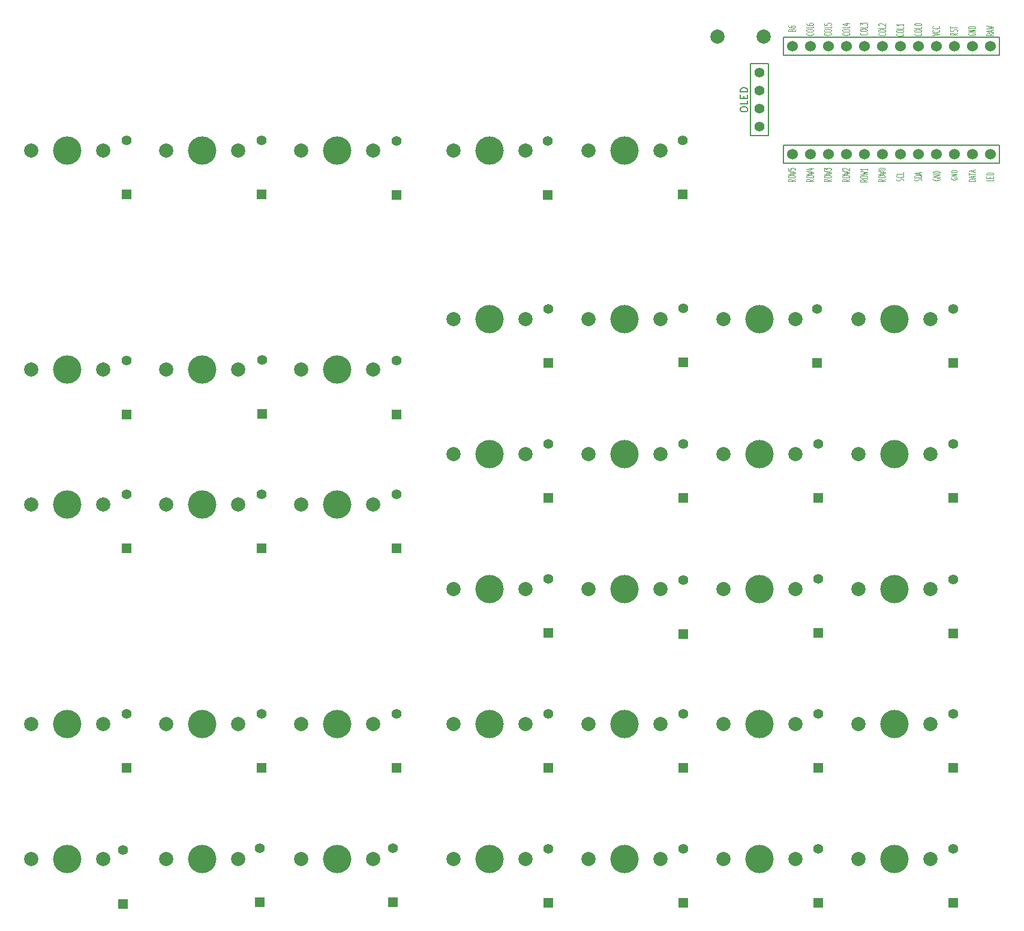
<source format=gbr>
G04 #@! TF.GenerationSoftware,KiCad,Pcbnew,7.0.6*
G04 #@! TF.CreationDate,2023-08-25T23:20:57+09:00*
G04 #@! TF.ProjectId,yamata37,79616d61-7461-4333-972e-6b696361645f,rev?*
G04 #@! TF.SameCoordinates,Original*
G04 #@! TF.FileFunction,Legend,Top*
G04 #@! TF.FilePolarity,Positive*
%FSLAX46Y46*%
G04 Gerber Fmt 4.6, Leading zero omitted, Abs format (unit mm)*
G04 Created by KiCad (PCBNEW 7.0.6) date 2023-08-25 23:20:57*
%MOMM*%
%LPD*%
G01*
G04 APERTURE LIST*
%ADD10C,0.125000*%
%ADD11C,0.150000*%
%ADD12C,2.000000*%
%ADD13C,4.000000*%
%ADD14R,1.397000X1.397000*%
%ADD15C,1.397000*%
%ADD16C,1.524000*%
G04 APERTURE END LIST*
D10*
X138648125Y-37415827D02*
X138171934Y-37582493D01*
X138648125Y-37701541D02*
X137648125Y-37701541D01*
X137648125Y-37701541D02*
X137648125Y-37511065D01*
X137648125Y-37511065D02*
X137695744Y-37463446D01*
X137695744Y-37463446D02*
X137743363Y-37439636D01*
X137743363Y-37439636D02*
X137838601Y-37415827D01*
X137838601Y-37415827D02*
X137981458Y-37415827D01*
X137981458Y-37415827D02*
X138076696Y-37439636D01*
X138076696Y-37439636D02*
X138124315Y-37463446D01*
X138124315Y-37463446D02*
X138171934Y-37511065D01*
X138171934Y-37511065D02*
X138171934Y-37701541D01*
X137648125Y-37106303D02*
X137648125Y-37011065D01*
X137648125Y-37011065D02*
X137695744Y-36963446D01*
X137695744Y-36963446D02*
X137790982Y-36915827D01*
X137790982Y-36915827D02*
X137981458Y-36892017D01*
X137981458Y-36892017D02*
X138314791Y-36892017D01*
X138314791Y-36892017D02*
X138505267Y-36915827D01*
X138505267Y-36915827D02*
X138600506Y-36963446D01*
X138600506Y-36963446D02*
X138648125Y-37011065D01*
X138648125Y-37011065D02*
X138648125Y-37106303D01*
X138648125Y-37106303D02*
X138600506Y-37153922D01*
X138600506Y-37153922D02*
X138505267Y-37201541D01*
X138505267Y-37201541D02*
X138314791Y-37225350D01*
X138314791Y-37225350D02*
X137981458Y-37225350D01*
X137981458Y-37225350D02*
X137790982Y-37201541D01*
X137790982Y-37201541D02*
X137695744Y-37153922D01*
X137695744Y-37153922D02*
X137648125Y-37106303D01*
X137648125Y-36725350D02*
X138648125Y-36606302D01*
X138648125Y-36606302D02*
X137933839Y-36511064D01*
X137933839Y-36511064D02*
X138648125Y-36415826D01*
X138648125Y-36415826D02*
X137648125Y-36296779D01*
X137981458Y-35892016D02*
X138648125Y-35892016D01*
X137600506Y-36011064D02*
X138314791Y-36130111D01*
X138314791Y-36130111D02*
X138314791Y-35820588D01*
X136044625Y-37415827D02*
X135568434Y-37582493D01*
X136044625Y-37701541D02*
X135044625Y-37701541D01*
X135044625Y-37701541D02*
X135044625Y-37511065D01*
X135044625Y-37511065D02*
X135092244Y-37463446D01*
X135092244Y-37463446D02*
X135139863Y-37439636D01*
X135139863Y-37439636D02*
X135235101Y-37415827D01*
X135235101Y-37415827D02*
X135377958Y-37415827D01*
X135377958Y-37415827D02*
X135473196Y-37439636D01*
X135473196Y-37439636D02*
X135520815Y-37463446D01*
X135520815Y-37463446D02*
X135568434Y-37511065D01*
X135568434Y-37511065D02*
X135568434Y-37701541D01*
X135044625Y-37106303D02*
X135044625Y-37011065D01*
X135044625Y-37011065D02*
X135092244Y-36963446D01*
X135092244Y-36963446D02*
X135187482Y-36915827D01*
X135187482Y-36915827D02*
X135377958Y-36892017D01*
X135377958Y-36892017D02*
X135711291Y-36892017D01*
X135711291Y-36892017D02*
X135901767Y-36915827D01*
X135901767Y-36915827D02*
X135997006Y-36963446D01*
X135997006Y-36963446D02*
X136044625Y-37011065D01*
X136044625Y-37011065D02*
X136044625Y-37106303D01*
X136044625Y-37106303D02*
X135997006Y-37153922D01*
X135997006Y-37153922D02*
X135901767Y-37201541D01*
X135901767Y-37201541D02*
X135711291Y-37225350D01*
X135711291Y-37225350D02*
X135377958Y-37225350D01*
X135377958Y-37225350D02*
X135187482Y-37201541D01*
X135187482Y-37201541D02*
X135092244Y-37153922D01*
X135092244Y-37153922D02*
X135044625Y-37106303D01*
X135044625Y-36725350D02*
X136044625Y-36606302D01*
X136044625Y-36606302D02*
X135330339Y-36511064D01*
X135330339Y-36511064D02*
X136044625Y-36415826D01*
X136044625Y-36415826D02*
X135044625Y-36296779D01*
X135044625Y-35868207D02*
X135044625Y-36106302D01*
X135044625Y-36106302D02*
X135520815Y-36130111D01*
X135520815Y-36130111D02*
X135473196Y-36106302D01*
X135473196Y-36106302D02*
X135425577Y-36058683D01*
X135425577Y-36058683D02*
X135425577Y-35939635D01*
X135425577Y-35939635D02*
X135473196Y-35892016D01*
X135473196Y-35892016D02*
X135520815Y-35868207D01*
X135520815Y-35868207D02*
X135616053Y-35844397D01*
X135616053Y-35844397D02*
X135854148Y-35844397D01*
X135854148Y-35844397D02*
X135949386Y-35868207D01*
X135949386Y-35868207D02*
X135997006Y-35892016D01*
X135997006Y-35892016D02*
X136044625Y-35939635D01*
X136044625Y-35939635D02*
X136044625Y-36058683D01*
X136044625Y-36058683D02*
X135997006Y-36106302D01*
X135997006Y-36106302D02*
X135949386Y-36130111D01*
X158111690Y-37210952D02*
X158073595Y-37258571D01*
X158073595Y-37258571D02*
X158073595Y-37330000D01*
X158073595Y-37330000D02*
X158111690Y-37401428D01*
X158111690Y-37401428D02*
X158187880Y-37449047D01*
X158187880Y-37449047D02*
X158264071Y-37472857D01*
X158264071Y-37472857D02*
X158416452Y-37496666D01*
X158416452Y-37496666D02*
X158530738Y-37496666D01*
X158530738Y-37496666D02*
X158683119Y-37472857D01*
X158683119Y-37472857D02*
X158759309Y-37449047D01*
X158759309Y-37449047D02*
X158835500Y-37401428D01*
X158835500Y-37401428D02*
X158873595Y-37330000D01*
X158873595Y-37330000D02*
X158873595Y-37282381D01*
X158873595Y-37282381D02*
X158835500Y-37210952D01*
X158835500Y-37210952D02*
X158797404Y-37187143D01*
X158797404Y-37187143D02*
X158530738Y-37187143D01*
X158530738Y-37187143D02*
X158530738Y-37282381D01*
X158873595Y-36972857D02*
X158073595Y-36972857D01*
X158073595Y-36972857D02*
X158873595Y-36687143D01*
X158873595Y-36687143D02*
X158073595Y-36687143D01*
X158873595Y-36449047D02*
X158073595Y-36449047D01*
X158073595Y-36449047D02*
X158073595Y-36329999D01*
X158073595Y-36329999D02*
X158111690Y-36258571D01*
X158111690Y-36258571D02*
X158187880Y-36210952D01*
X158187880Y-36210952D02*
X158264071Y-36187142D01*
X158264071Y-36187142D02*
X158416452Y-36163333D01*
X158416452Y-36163333D02*
X158530738Y-36163333D01*
X158530738Y-36163333D02*
X158683119Y-36187142D01*
X158683119Y-36187142D02*
X158759309Y-36210952D01*
X158759309Y-36210952D02*
X158835500Y-36258571D01*
X158835500Y-36258571D02*
X158873595Y-36329999D01*
X158873595Y-36329999D02*
X158873595Y-36449047D01*
X161520125Y-37684874D02*
X160520125Y-37684874D01*
X160520125Y-37684874D02*
X160520125Y-37565826D01*
X160520125Y-37565826D02*
X160567744Y-37494398D01*
X160567744Y-37494398D02*
X160662982Y-37446779D01*
X160662982Y-37446779D02*
X160758220Y-37422969D01*
X160758220Y-37422969D02*
X160948696Y-37399160D01*
X160948696Y-37399160D02*
X161091553Y-37399160D01*
X161091553Y-37399160D02*
X161282029Y-37422969D01*
X161282029Y-37422969D02*
X161377267Y-37446779D01*
X161377267Y-37446779D02*
X161472506Y-37494398D01*
X161472506Y-37494398D02*
X161520125Y-37565826D01*
X161520125Y-37565826D02*
X161520125Y-37684874D01*
X161234410Y-37208683D02*
X161234410Y-36970588D01*
X161520125Y-37256302D02*
X160520125Y-37089636D01*
X160520125Y-37089636D02*
X161520125Y-36922969D01*
X160520125Y-36827731D02*
X160520125Y-36542017D01*
X161520125Y-36684874D02*
X160520125Y-36684874D01*
X161234410Y-36399160D02*
X161234410Y-36161065D01*
X161520125Y-36446779D02*
X160520125Y-36280113D01*
X160520125Y-36280113D02*
X161520125Y-36113446D01*
X148712886Y-16841391D02*
X148760506Y-16865200D01*
X148760506Y-16865200D02*
X148808125Y-16936629D01*
X148808125Y-16936629D02*
X148808125Y-16984248D01*
X148808125Y-16984248D02*
X148760506Y-17055676D01*
X148760506Y-17055676D02*
X148665267Y-17103295D01*
X148665267Y-17103295D02*
X148570029Y-17127105D01*
X148570029Y-17127105D02*
X148379553Y-17150914D01*
X148379553Y-17150914D02*
X148236696Y-17150914D01*
X148236696Y-17150914D02*
X148046220Y-17127105D01*
X148046220Y-17127105D02*
X147950982Y-17103295D01*
X147950982Y-17103295D02*
X147855744Y-17055676D01*
X147855744Y-17055676D02*
X147808125Y-16984248D01*
X147808125Y-16984248D02*
X147808125Y-16936629D01*
X147808125Y-16936629D02*
X147855744Y-16865200D01*
X147855744Y-16865200D02*
X147903363Y-16841391D01*
X147808125Y-16531867D02*
X147808125Y-16436629D01*
X147808125Y-16436629D02*
X147855744Y-16389010D01*
X147855744Y-16389010D02*
X147950982Y-16341391D01*
X147950982Y-16341391D02*
X148141458Y-16317581D01*
X148141458Y-16317581D02*
X148474791Y-16317581D01*
X148474791Y-16317581D02*
X148665267Y-16341391D01*
X148665267Y-16341391D02*
X148760506Y-16389010D01*
X148760506Y-16389010D02*
X148808125Y-16436629D01*
X148808125Y-16436629D02*
X148808125Y-16531867D01*
X148808125Y-16531867D02*
X148760506Y-16579486D01*
X148760506Y-16579486D02*
X148665267Y-16627105D01*
X148665267Y-16627105D02*
X148474791Y-16650914D01*
X148474791Y-16650914D02*
X148141458Y-16650914D01*
X148141458Y-16650914D02*
X147950982Y-16627105D01*
X147950982Y-16627105D02*
X147855744Y-16579486D01*
X147855744Y-16579486D02*
X147808125Y-16531867D01*
X148808125Y-15865200D02*
X148808125Y-16103295D01*
X148808125Y-16103295D02*
X147808125Y-16103295D01*
X147903363Y-15722342D02*
X147855744Y-15698533D01*
X147855744Y-15698533D02*
X147808125Y-15650914D01*
X147808125Y-15650914D02*
X147808125Y-15531866D01*
X147808125Y-15531866D02*
X147855744Y-15484247D01*
X147855744Y-15484247D02*
X147903363Y-15460438D01*
X147903363Y-15460438D02*
X147998601Y-15436628D01*
X147998601Y-15436628D02*
X148093839Y-15436628D01*
X148093839Y-15436628D02*
X148236696Y-15460438D01*
X148236696Y-15460438D02*
X148808125Y-15746152D01*
X148808125Y-15746152D02*
X148808125Y-15436628D01*
X138524886Y-16791391D02*
X138572506Y-16815200D01*
X138572506Y-16815200D02*
X138620125Y-16886629D01*
X138620125Y-16886629D02*
X138620125Y-16934248D01*
X138620125Y-16934248D02*
X138572506Y-17005676D01*
X138572506Y-17005676D02*
X138477267Y-17053295D01*
X138477267Y-17053295D02*
X138382029Y-17077105D01*
X138382029Y-17077105D02*
X138191553Y-17100914D01*
X138191553Y-17100914D02*
X138048696Y-17100914D01*
X138048696Y-17100914D02*
X137858220Y-17077105D01*
X137858220Y-17077105D02*
X137762982Y-17053295D01*
X137762982Y-17053295D02*
X137667744Y-17005676D01*
X137667744Y-17005676D02*
X137620125Y-16934248D01*
X137620125Y-16934248D02*
X137620125Y-16886629D01*
X137620125Y-16886629D02*
X137667744Y-16815200D01*
X137667744Y-16815200D02*
X137715363Y-16791391D01*
X137620125Y-16481867D02*
X137620125Y-16386629D01*
X137620125Y-16386629D02*
X137667744Y-16339010D01*
X137667744Y-16339010D02*
X137762982Y-16291391D01*
X137762982Y-16291391D02*
X137953458Y-16267581D01*
X137953458Y-16267581D02*
X138286791Y-16267581D01*
X138286791Y-16267581D02*
X138477267Y-16291391D01*
X138477267Y-16291391D02*
X138572506Y-16339010D01*
X138572506Y-16339010D02*
X138620125Y-16386629D01*
X138620125Y-16386629D02*
X138620125Y-16481867D01*
X138620125Y-16481867D02*
X138572506Y-16529486D01*
X138572506Y-16529486D02*
X138477267Y-16577105D01*
X138477267Y-16577105D02*
X138286791Y-16600914D01*
X138286791Y-16600914D02*
X137953458Y-16600914D01*
X137953458Y-16600914D02*
X137762982Y-16577105D01*
X137762982Y-16577105D02*
X137667744Y-16529486D01*
X137667744Y-16529486D02*
X137620125Y-16481867D01*
X138620125Y-15815200D02*
X138620125Y-16053295D01*
X138620125Y-16053295D02*
X137620125Y-16053295D01*
X137620125Y-15434247D02*
X137620125Y-15529485D01*
X137620125Y-15529485D02*
X137667744Y-15577104D01*
X137667744Y-15577104D02*
X137715363Y-15600914D01*
X137715363Y-15600914D02*
X137858220Y-15648533D01*
X137858220Y-15648533D02*
X138048696Y-15672342D01*
X138048696Y-15672342D02*
X138429648Y-15672342D01*
X138429648Y-15672342D02*
X138524886Y-15648533D01*
X138524886Y-15648533D02*
X138572506Y-15624723D01*
X138572506Y-15624723D02*
X138620125Y-15577104D01*
X138620125Y-15577104D02*
X138620125Y-15481866D01*
X138620125Y-15481866D02*
X138572506Y-15434247D01*
X138572506Y-15434247D02*
X138524886Y-15410438D01*
X138524886Y-15410438D02*
X138429648Y-15386628D01*
X138429648Y-15386628D02*
X138191553Y-15386628D01*
X138191553Y-15386628D02*
X138096315Y-15410438D01*
X138096315Y-15410438D02*
X138048696Y-15434247D01*
X138048696Y-15434247D02*
X138001077Y-15481866D01*
X138001077Y-15481866D02*
X138001077Y-15577104D01*
X138001077Y-15577104D02*
X138048696Y-15624723D01*
X138048696Y-15624723D02*
X138096315Y-15648533D01*
X138096315Y-15648533D02*
X138191553Y-15672342D01*
X141029386Y-16791391D02*
X141077006Y-16815200D01*
X141077006Y-16815200D02*
X141124625Y-16886629D01*
X141124625Y-16886629D02*
X141124625Y-16934248D01*
X141124625Y-16934248D02*
X141077006Y-17005676D01*
X141077006Y-17005676D02*
X140981767Y-17053295D01*
X140981767Y-17053295D02*
X140886529Y-17077105D01*
X140886529Y-17077105D02*
X140696053Y-17100914D01*
X140696053Y-17100914D02*
X140553196Y-17100914D01*
X140553196Y-17100914D02*
X140362720Y-17077105D01*
X140362720Y-17077105D02*
X140267482Y-17053295D01*
X140267482Y-17053295D02*
X140172244Y-17005676D01*
X140172244Y-17005676D02*
X140124625Y-16934248D01*
X140124625Y-16934248D02*
X140124625Y-16886629D01*
X140124625Y-16886629D02*
X140172244Y-16815200D01*
X140172244Y-16815200D02*
X140219863Y-16791391D01*
X140124625Y-16481867D02*
X140124625Y-16386629D01*
X140124625Y-16386629D02*
X140172244Y-16339010D01*
X140172244Y-16339010D02*
X140267482Y-16291391D01*
X140267482Y-16291391D02*
X140457958Y-16267581D01*
X140457958Y-16267581D02*
X140791291Y-16267581D01*
X140791291Y-16267581D02*
X140981767Y-16291391D01*
X140981767Y-16291391D02*
X141077006Y-16339010D01*
X141077006Y-16339010D02*
X141124625Y-16386629D01*
X141124625Y-16386629D02*
X141124625Y-16481867D01*
X141124625Y-16481867D02*
X141077006Y-16529486D01*
X141077006Y-16529486D02*
X140981767Y-16577105D01*
X140981767Y-16577105D02*
X140791291Y-16600914D01*
X140791291Y-16600914D02*
X140457958Y-16600914D01*
X140457958Y-16600914D02*
X140267482Y-16577105D01*
X140267482Y-16577105D02*
X140172244Y-16529486D01*
X140172244Y-16529486D02*
X140124625Y-16481867D01*
X141124625Y-15815200D02*
X141124625Y-16053295D01*
X141124625Y-16053295D02*
X140124625Y-16053295D01*
X140124625Y-15410438D02*
X140124625Y-15648533D01*
X140124625Y-15648533D02*
X140600815Y-15672342D01*
X140600815Y-15672342D02*
X140553196Y-15648533D01*
X140553196Y-15648533D02*
X140505577Y-15600914D01*
X140505577Y-15600914D02*
X140505577Y-15481866D01*
X140505577Y-15481866D02*
X140553196Y-15434247D01*
X140553196Y-15434247D02*
X140600815Y-15410438D01*
X140600815Y-15410438D02*
X140696053Y-15386628D01*
X140696053Y-15386628D02*
X140934148Y-15386628D01*
X140934148Y-15386628D02*
X141029386Y-15410438D01*
X141029386Y-15410438D02*
X141077006Y-15434247D01*
X141077006Y-15434247D02*
X141124625Y-15481866D01*
X141124625Y-15481866D02*
X141124625Y-15600914D01*
X141124625Y-15600914D02*
X141077006Y-15648533D01*
X141077006Y-15648533D02*
X141029386Y-15672342D01*
X153840506Y-37653016D02*
X153888125Y-37581588D01*
X153888125Y-37581588D02*
X153888125Y-37462540D01*
X153888125Y-37462540D02*
X153840506Y-37414921D01*
X153840506Y-37414921D02*
X153792886Y-37391112D01*
X153792886Y-37391112D02*
X153697648Y-37367302D01*
X153697648Y-37367302D02*
X153602410Y-37367302D01*
X153602410Y-37367302D02*
X153507172Y-37391112D01*
X153507172Y-37391112D02*
X153459553Y-37414921D01*
X153459553Y-37414921D02*
X153411934Y-37462540D01*
X153411934Y-37462540D02*
X153364315Y-37557778D01*
X153364315Y-37557778D02*
X153316696Y-37605397D01*
X153316696Y-37605397D02*
X153269077Y-37629207D01*
X153269077Y-37629207D02*
X153173839Y-37653016D01*
X153173839Y-37653016D02*
X153078601Y-37653016D01*
X153078601Y-37653016D02*
X152983363Y-37629207D01*
X152983363Y-37629207D02*
X152935744Y-37605397D01*
X152935744Y-37605397D02*
X152888125Y-37557778D01*
X152888125Y-37557778D02*
X152888125Y-37438731D01*
X152888125Y-37438731D02*
X152935744Y-37367302D01*
X153888125Y-37153017D02*
X152888125Y-37153017D01*
X152888125Y-37153017D02*
X152888125Y-37033969D01*
X152888125Y-37033969D02*
X152935744Y-36962541D01*
X152935744Y-36962541D02*
X153030982Y-36914922D01*
X153030982Y-36914922D02*
X153126220Y-36891112D01*
X153126220Y-36891112D02*
X153316696Y-36867303D01*
X153316696Y-36867303D02*
X153459553Y-36867303D01*
X153459553Y-36867303D02*
X153650029Y-36891112D01*
X153650029Y-36891112D02*
X153745267Y-36914922D01*
X153745267Y-36914922D02*
X153840506Y-36962541D01*
X153840506Y-36962541D02*
X153888125Y-37033969D01*
X153888125Y-37033969D02*
X153888125Y-37153017D01*
X153602410Y-36676826D02*
X153602410Y-36438731D01*
X153888125Y-36724445D02*
X152888125Y-36557779D01*
X152888125Y-36557779D02*
X153888125Y-36391112D01*
X158904625Y-16752081D02*
X158428434Y-16918747D01*
X158904625Y-17037795D02*
X157904625Y-17037795D01*
X157904625Y-17037795D02*
X157904625Y-16847319D01*
X157904625Y-16847319D02*
X157952244Y-16799700D01*
X157952244Y-16799700D02*
X157999863Y-16775890D01*
X157999863Y-16775890D02*
X158095101Y-16752081D01*
X158095101Y-16752081D02*
X158237958Y-16752081D01*
X158237958Y-16752081D02*
X158333196Y-16775890D01*
X158333196Y-16775890D02*
X158380815Y-16799700D01*
X158380815Y-16799700D02*
X158428434Y-16847319D01*
X158428434Y-16847319D02*
X158428434Y-17037795D01*
X158857006Y-16561604D02*
X158904625Y-16490176D01*
X158904625Y-16490176D02*
X158904625Y-16371128D01*
X158904625Y-16371128D02*
X158857006Y-16323509D01*
X158857006Y-16323509D02*
X158809386Y-16299700D01*
X158809386Y-16299700D02*
X158714148Y-16275890D01*
X158714148Y-16275890D02*
X158618910Y-16275890D01*
X158618910Y-16275890D02*
X158523672Y-16299700D01*
X158523672Y-16299700D02*
X158476053Y-16323509D01*
X158476053Y-16323509D02*
X158428434Y-16371128D01*
X158428434Y-16371128D02*
X158380815Y-16466366D01*
X158380815Y-16466366D02*
X158333196Y-16513985D01*
X158333196Y-16513985D02*
X158285577Y-16537795D01*
X158285577Y-16537795D02*
X158190339Y-16561604D01*
X158190339Y-16561604D02*
X158095101Y-16561604D01*
X158095101Y-16561604D02*
X157999863Y-16537795D01*
X157999863Y-16537795D02*
X157952244Y-16513985D01*
X157952244Y-16513985D02*
X157904625Y-16466366D01*
X157904625Y-16466366D02*
X157904625Y-16347319D01*
X157904625Y-16347319D02*
X157952244Y-16275890D01*
X157904625Y-16133033D02*
X157904625Y-15847319D01*
X158904625Y-15990176D02*
X157904625Y-15990176D01*
X151252886Y-16891391D02*
X151300506Y-16915200D01*
X151300506Y-16915200D02*
X151348125Y-16986629D01*
X151348125Y-16986629D02*
X151348125Y-17034248D01*
X151348125Y-17034248D02*
X151300506Y-17105676D01*
X151300506Y-17105676D02*
X151205267Y-17153295D01*
X151205267Y-17153295D02*
X151110029Y-17177105D01*
X151110029Y-17177105D02*
X150919553Y-17200914D01*
X150919553Y-17200914D02*
X150776696Y-17200914D01*
X150776696Y-17200914D02*
X150586220Y-17177105D01*
X150586220Y-17177105D02*
X150490982Y-17153295D01*
X150490982Y-17153295D02*
X150395744Y-17105676D01*
X150395744Y-17105676D02*
X150348125Y-17034248D01*
X150348125Y-17034248D02*
X150348125Y-16986629D01*
X150348125Y-16986629D02*
X150395744Y-16915200D01*
X150395744Y-16915200D02*
X150443363Y-16891391D01*
X150348125Y-16581867D02*
X150348125Y-16486629D01*
X150348125Y-16486629D02*
X150395744Y-16439010D01*
X150395744Y-16439010D02*
X150490982Y-16391391D01*
X150490982Y-16391391D02*
X150681458Y-16367581D01*
X150681458Y-16367581D02*
X151014791Y-16367581D01*
X151014791Y-16367581D02*
X151205267Y-16391391D01*
X151205267Y-16391391D02*
X151300506Y-16439010D01*
X151300506Y-16439010D02*
X151348125Y-16486629D01*
X151348125Y-16486629D02*
X151348125Y-16581867D01*
X151348125Y-16581867D02*
X151300506Y-16629486D01*
X151300506Y-16629486D02*
X151205267Y-16677105D01*
X151205267Y-16677105D02*
X151014791Y-16700914D01*
X151014791Y-16700914D02*
X150681458Y-16700914D01*
X150681458Y-16700914D02*
X150490982Y-16677105D01*
X150490982Y-16677105D02*
X150395744Y-16629486D01*
X150395744Y-16629486D02*
X150348125Y-16581867D01*
X151348125Y-15915200D02*
X151348125Y-16153295D01*
X151348125Y-16153295D02*
X150348125Y-16153295D01*
X151348125Y-15486628D02*
X151348125Y-15772342D01*
X151348125Y-15629485D02*
X150348125Y-15629485D01*
X150348125Y-15629485D02*
X150490982Y-15677104D01*
X150490982Y-15677104D02*
X150586220Y-15724723D01*
X150586220Y-15724723D02*
X150633839Y-15772342D01*
X155533738Y-37300952D02*
X155486119Y-37348571D01*
X155486119Y-37348571D02*
X155486119Y-37420000D01*
X155486119Y-37420000D02*
X155533738Y-37491428D01*
X155533738Y-37491428D02*
X155628976Y-37539047D01*
X155628976Y-37539047D02*
X155724214Y-37562857D01*
X155724214Y-37562857D02*
X155914690Y-37586666D01*
X155914690Y-37586666D02*
X156057547Y-37586666D01*
X156057547Y-37586666D02*
X156248023Y-37562857D01*
X156248023Y-37562857D02*
X156343261Y-37539047D01*
X156343261Y-37539047D02*
X156438500Y-37491428D01*
X156438500Y-37491428D02*
X156486119Y-37420000D01*
X156486119Y-37420000D02*
X156486119Y-37372381D01*
X156486119Y-37372381D02*
X156438500Y-37300952D01*
X156438500Y-37300952D02*
X156390880Y-37277143D01*
X156390880Y-37277143D02*
X156057547Y-37277143D01*
X156057547Y-37277143D02*
X156057547Y-37372381D01*
X156486119Y-37062857D02*
X155486119Y-37062857D01*
X155486119Y-37062857D02*
X156486119Y-36777143D01*
X156486119Y-36777143D02*
X155486119Y-36777143D01*
X156486119Y-36539047D02*
X155486119Y-36539047D01*
X155486119Y-36539047D02*
X155486119Y-36419999D01*
X155486119Y-36419999D02*
X155533738Y-36348571D01*
X155533738Y-36348571D02*
X155628976Y-36300952D01*
X155628976Y-36300952D02*
X155724214Y-36277142D01*
X155724214Y-36277142D02*
X155914690Y-36253333D01*
X155914690Y-36253333D02*
X156057547Y-36253333D01*
X156057547Y-36253333D02*
X156248023Y-36277142D01*
X156248023Y-36277142D02*
X156343261Y-36300952D01*
X156343261Y-36300952D02*
X156438500Y-36348571D01*
X156438500Y-36348571D02*
X156486119Y-36419999D01*
X156486119Y-36419999D02*
X156486119Y-36539047D01*
X164048125Y-37406303D02*
X164048125Y-37644398D01*
X164048125Y-37644398D02*
X163048125Y-37644398D01*
X163524315Y-37239636D02*
X163524315Y-37072969D01*
X164048125Y-37001541D02*
X164048125Y-37239636D01*
X164048125Y-37239636D02*
X163048125Y-37239636D01*
X163048125Y-37239636D02*
X163048125Y-37001541D01*
X164048125Y-36787255D02*
X163048125Y-36787255D01*
X163048125Y-36787255D02*
X163048125Y-36668207D01*
X163048125Y-36668207D02*
X163095744Y-36596779D01*
X163095744Y-36596779D02*
X163190982Y-36549160D01*
X163190982Y-36549160D02*
X163286220Y-36525350D01*
X163286220Y-36525350D02*
X163476696Y-36501541D01*
X163476696Y-36501541D02*
X163619553Y-36501541D01*
X163619553Y-36501541D02*
X163810029Y-36525350D01*
X163810029Y-36525350D02*
X163905267Y-36549160D01*
X163905267Y-36549160D02*
X164000506Y-36596779D01*
X164000506Y-36596779D02*
X164048125Y-36668207D01*
X164048125Y-36668207D02*
X164048125Y-36787255D01*
X135546315Y-16346152D02*
X135593934Y-16274724D01*
X135593934Y-16274724D02*
X135641553Y-16250914D01*
X135641553Y-16250914D02*
X135736791Y-16227105D01*
X135736791Y-16227105D02*
X135879648Y-16227105D01*
X135879648Y-16227105D02*
X135974886Y-16250914D01*
X135974886Y-16250914D02*
X136022506Y-16274724D01*
X136022506Y-16274724D02*
X136070125Y-16322343D01*
X136070125Y-16322343D02*
X136070125Y-16512819D01*
X136070125Y-16512819D02*
X135070125Y-16512819D01*
X135070125Y-16512819D02*
X135070125Y-16346152D01*
X135070125Y-16346152D02*
X135117744Y-16298533D01*
X135117744Y-16298533D02*
X135165363Y-16274724D01*
X135165363Y-16274724D02*
X135260601Y-16250914D01*
X135260601Y-16250914D02*
X135355839Y-16250914D01*
X135355839Y-16250914D02*
X135451077Y-16274724D01*
X135451077Y-16274724D02*
X135498696Y-16298533D01*
X135498696Y-16298533D02*
X135546315Y-16346152D01*
X135546315Y-16346152D02*
X135546315Y-16512819D01*
X135070125Y-15798533D02*
X135070125Y-15893771D01*
X135070125Y-15893771D02*
X135117744Y-15941390D01*
X135117744Y-15941390D02*
X135165363Y-15965200D01*
X135165363Y-15965200D02*
X135308220Y-16012819D01*
X135308220Y-16012819D02*
X135498696Y-16036628D01*
X135498696Y-16036628D02*
X135879648Y-16036628D01*
X135879648Y-16036628D02*
X135974886Y-16012819D01*
X135974886Y-16012819D02*
X136022506Y-15989009D01*
X136022506Y-15989009D02*
X136070125Y-15941390D01*
X136070125Y-15941390D02*
X136070125Y-15846152D01*
X136070125Y-15846152D02*
X136022506Y-15798533D01*
X136022506Y-15798533D02*
X135974886Y-15774724D01*
X135974886Y-15774724D02*
X135879648Y-15750914D01*
X135879648Y-15750914D02*
X135641553Y-15750914D01*
X135641553Y-15750914D02*
X135546315Y-15774724D01*
X135546315Y-15774724D02*
X135498696Y-15798533D01*
X135498696Y-15798533D02*
X135451077Y-15846152D01*
X135451077Y-15846152D02*
X135451077Y-15941390D01*
X135451077Y-15941390D02*
X135498696Y-15989009D01*
X135498696Y-15989009D02*
X135546315Y-16012819D01*
X135546315Y-16012819D02*
X135641553Y-16036628D01*
X146268125Y-37465827D02*
X145791934Y-37632493D01*
X146268125Y-37751541D02*
X145268125Y-37751541D01*
X145268125Y-37751541D02*
X145268125Y-37561065D01*
X145268125Y-37561065D02*
X145315744Y-37513446D01*
X145315744Y-37513446D02*
X145363363Y-37489636D01*
X145363363Y-37489636D02*
X145458601Y-37465827D01*
X145458601Y-37465827D02*
X145601458Y-37465827D01*
X145601458Y-37465827D02*
X145696696Y-37489636D01*
X145696696Y-37489636D02*
X145744315Y-37513446D01*
X145744315Y-37513446D02*
X145791934Y-37561065D01*
X145791934Y-37561065D02*
X145791934Y-37751541D01*
X145268125Y-37156303D02*
X145268125Y-37061065D01*
X145268125Y-37061065D02*
X145315744Y-37013446D01*
X145315744Y-37013446D02*
X145410982Y-36965827D01*
X145410982Y-36965827D02*
X145601458Y-36942017D01*
X145601458Y-36942017D02*
X145934791Y-36942017D01*
X145934791Y-36942017D02*
X146125267Y-36965827D01*
X146125267Y-36965827D02*
X146220506Y-37013446D01*
X146220506Y-37013446D02*
X146268125Y-37061065D01*
X146268125Y-37061065D02*
X146268125Y-37156303D01*
X146268125Y-37156303D02*
X146220506Y-37203922D01*
X146220506Y-37203922D02*
X146125267Y-37251541D01*
X146125267Y-37251541D02*
X145934791Y-37275350D01*
X145934791Y-37275350D02*
X145601458Y-37275350D01*
X145601458Y-37275350D02*
X145410982Y-37251541D01*
X145410982Y-37251541D02*
X145315744Y-37203922D01*
X145315744Y-37203922D02*
X145268125Y-37156303D01*
X145268125Y-36775350D02*
X146268125Y-36656302D01*
X146268125Y-36656302D02*
X145553839Y-36561064D01*
X145553839Y-36561064D02*
X146268125Y-36465826D01*
X146268125Y-36465826D02*
X145268125Y-36346779D01*
X146268125Y-35894397D02*
X146268125Y-36180111D01*
X146268125Y-36037254D02*
X145268125Y-36037254D01*
X145268125Y-36037254D02*
X145410982Y-36084873D01*
X145410982Y-36084873D02*
X145506220Y-36132492D01*
X145506220Y-36132492D02*
X145553839Y-36180111D01*
X143720125Y-37415827D02*
X143243934Y-37582493D01*
X143720125Y-37701541D02*
X142720125Y-37701541D01*
X142720125Y-37701541D02*
X142720125Y-37511065D01*
X142720125Y-37511065D02*
X142767744Y-37463446D01*
X142767744Y-37463446D02*
X142815363Y-37439636D01*
X142815363Y-37439636D02*
X142910601Y-37415827D01*
X142910601Y-37415827D02*
X143053458Y-37415827D01*
X143053458Y-37415827D02*
X143148696Y-37439636D01*
X143148696Y-37439636D02*
X143196315Y-37463446D01*
X143196315Y-37463446D02*
X143243934Y-37511065D01*
X143243934Y-37511065D02*
X143243934Y-37701541D01*
X142720125Y-37106303D02*
X142720125Y-37011065D01*
X142720125Y-37011065D02*
X142767744Y-36963446D01*
X142767744Y-36963446D02*
X142862982Y-36915827D01*
X142862982Y-36915827D02*
X143053458Y-36892017D01*
X143053458Y-36892017D02*
X143386791Y-36892017D01*
X143386791Y-36892017D02*
X143577267Y-36915827D01*
X143577267Y-36915827D02*
X143672506Y-36963446D01*
X143672506Y-36963446D02*
X143720125Y-37011065D01*
X143720125Y-37011065D02*
X143720125Y-37106303D01*
X143720125Y-37106303D02*
X143672506Y-37153922D01*
X143672506Y-37153922D02*
X143577267Y-37201541D01*
X143577267Y-37201541D02*
X143386791Y-37225350D01*
X143386791Y-37225350D02*
X143053458Y-37225350D01*
X143053458Y-37225350D02*
X142862982Y-37201541D01*
X142862982Y-37201541D02*
X142767744Y-37153922D01*
X142767744Y-37153922D02*
X142720125Y-37106303D01*
X142720125Y-36725350D02*
X143720125Y-36606302D01*
X143720125Y-36606302D02*
X143005839Y-36511064D01*
X143005839Y-36511064D02*
X143720125Y-36415826D01*
X143720125Y-36415826D02*
X142720125Y-36296779D01*
X142815363Y-36130111D02*
X142767744Y-36106302D01*
X142767744Y-36106302D02*
X142720125Y-36058683D01*
X142720125Y-36058683D02*
X142720125Y-35939635D01*
X142720125Y-35939635D02*
X142767744Y-35892016D01*
X142767744Y-35892016D02*
X142815363Y-35868207D01*
X142815363Y-35868207D02*
X142910601Y-35844397D01*
X142910601Y-35844397D02*
X143005839Y-35844397D01*
X143005839Y-35844397D02*
X143148696Y-35868207D01*
X143148696Y-35868207D02*
X143720125Y-36153921D01*
X143720125Y-36153921D02*
X143720125Y-35844397D01*
X141124625Y-37415827D02*
X140648434Y-37582493D01*
X141124625Y-37701541D02*
X140124625Y-37701541D01*
X140124625Y-37701541D02*
X140124625Y-37511065D01*
X140124625Y-37511065D02*
X140172244Y-37463446D01*
X140172244Y-37463446D02*
X140219863Y-37439636D01*
X140219863Y-37439636D02*
X140315101Y-37415827D01*
X140315101Y-37415827D02*
X140457958Y-37415827D01*
X140457958Y-37415827D02*
X140553196Y-37439636D01*
X140553196Y-37439636D02*
X140600815Y-37463446D01*
X140600815Y-37463446D02*
X140648434Y-37511065D01*
X140648434Y-37511065D02*
X140648434Y-37701541D01*
X140124625Y-37106303D02*
X140124625Y-37011065D01*
X140124625Y-37011065D02*
X140172244Y-36963446D01*
X140172244Y-36963446D02*
X140267482Y-36915827D01*
X140267482Y-36915827D02*
X140457958Y-36892017D01*
X140457958Y-36892017D02*
X140791291Y-36892017D01*
X140791291Y-36892017D02*
X140981767Y-36915827D01*
X140981767Y-36915827D02*
X141077006Y-36963446D01*
X141077006Y-36963446D02*
X141124625Y-37011065D01*
X141124625Y-37011065D02*
X141124625Y-37106303D01*
X141124625Y-37106303D02*
X141077006Y-37153922D01*
X141077006Y-37153922D02*
X140981767Y-37201541D01*
X140981767Y-37201541D02*
X140791291Y-37225350D01*
X140791291Y-37225350D02*
X140457958Y-37225350D01*
X140457958Y-37225350D02*
X140267482Y-37201541D01*
X140267482Y-37201541D02*
X140172244Y-37153922D01*
X140172244Y-37153922D02*
X140124625Y-37106303D01*
X140124625Y-36725350D02*
X141124625Y-36606302D01*
X141124625Y-36606302D02*
X140410339Y-36511064D01*
X140410339Y-36511064D02*
X141124625Y-36415826D01*
X141124625Y-36415826D02*
X140124625Y-36296779D01*
X140124625Y-36153921D02*
X140124625Y-35844397D01*
X140124625Y-35844397D02*
X140505577Y-36011064D01*
X140505577Y-36011064D02*
X140505577Y-35939635D01*
X140505577Y-35939635D02*
X140553196Y-35892016D01*
X140553196Y-35892016D02*
X140600815Y-35868207D01*
X140600815Y-35868207D02*
X140696053Y-35844397D01*
X140696053Y-35844397D02*
X140934148Y-35844397D01*
X140934148Y-35844397D02*
X141029386Y-35868207D01*
X141029386Y-35868207D02*
X141077006Y-35892016D01*
X141077006Y-35892016D02*
X141124625Y-35939635D01*
X141124625Y-35939635D02*
X141124625Y-36082492D01*
X141124625Y-36082492D02*
X141077006Y-36130111D01*
X141077006Y-36130111D02*
X141029386Y-36153921D01*
X143624886Y-16791391D02*
X143672506Y-16815200D01*
X143672506Y-16815200D02*
X143720125Y-16886629D01*
X143720125Y-16886629D02*
X143720125Y-16934248D01*
X143720125Y-16934248D02*
X143672506Y-17005676D01*
X143672506Y-17005676D02*
X143577267Y-17053295D01*
X143577267Y-17053295D02*
X143482029Y-17077105D01*
X143482029Y-17077105D02*
X143291553Y-17100914D01*
X143291553Y-17100914D02*
X143148696Y-17100914D01*
X143148696Y-17100914D02*
X142958220Y-17077105D01*
X142958220Y-17077105D02*
X142862982Y-17053295D01*
X142862982Y-17053295D02*
X142767744Y-17005676D01*
X142767744Y-17005676D02*
X142720125Y-16934248D01*
X142720125Y-16934248D02*
X142720125Y-16886629D01*
X142720125Y-16886629D02*
X142767744Y-16815200D01*
X142767744Y-16815200D02*
X142815363Y-16791391D01*
X142720125Y-16481867D02*
X142720125Y-16386629D01*
X142720125Y-16386629D02*
X142767744Y-16339010D01*
X142767744Y-16339010D02*
X142862982Y-16291391D01*
X142862982Y-16291391D02*
X143053458Y-16267581D01*
X143053458Y-16267581D02*
X143386791Y-16267581D01*
X143386791Y-16267581D02*
X143577267Y-16291391D01*
X143577267Y-16291391D02*
X143672506Y-16339010D01*
X143672506Y-16339010D02*
X143720125Y-16386629D01*
X143720125Y-16386629D02*
X143720125Y-16481867D01*
X143720125Y-16481867D02*
X143672506Y-16529486D01*
X143672506Y-16529486D02*
X143577267Y-16577105D01*
X143577267Y-16577105D02*
X143386791Y-16600914D01*
X143386791Y-16600914D02*
X143053458Y-16600914D01*
X143053458Y-16600914D02*
X142862982Y-16577105D01*
X142862982Y-16577105D02*
X142767744Y-16529486D01*
X142767744Y-16529486D02*
X142720125Y-16481867D01*
X143720125Y-15815200D02*
X143720125Y-16053295D01*
X143720125Y-16053295D02*
X142720125Y-16053295D01*
X143053458Y-15434247D02*
X143720125Y-15434247D01*
X142672506Y-15553295D02*
X143386791Y-15672342D01*
X143386791Y-15672342D02*
X143386791Y-15362819D01*
X153774886Y-16841391D02*
X153822506Y-16865200D01*
X153822506Y-16865200D02*
X153870125Y-16936629D01*
X153870125Y-16936629D02*
X153870125Y-16984248D01*
X153870125Y-16984248D02*
X153822506Y-17055676D01*
X153822506Y-17055676D02*
X153727267Y-17103295D01*
X153727267Y-17103295D02*
X153632029Y-17127105D01*
X153632029Y-17127105D02*
X153441553Y-17150914D01*
X153441553Y-17150914D02*
X153298696Y-17150914D01*
X153298696Y-17150914D02*
X153108220Y-17127105D01*
X153108220Y-17127105D02*
X153012982Y-17103295D01*
X153012982Y-17103295D02*
X152917744Y-17055676D01*
X152917744Y-17055676D02*
X152870125Y-16984248D01*
X152870125Y-16984248D02*
X152870125Y-16936629D01*
X152870125Y-16936629D02*
X152917744Y-16865200D01*
X152917744Y-16865200D02*
X152965363Y-16841391D01*
X152870125Y-16531867D02*
X152870125Y-16436629D01*
X152870125Y-16436629D02*
X152917744Y-16389010D01*
X152917744Y-16389010D02*
X153012982Y-16341391D01*
X153012982Y-16341391D02*
X153203458Y-16317581D01*
X153203458Y-16317581D02*
X153536791Y-16317581D01*
X153536791Y-16317581D02*
X153727267Y-16341391D01*
X153727267Y-16341391D02*
X153822506Y-16389010D01*
X153822506Y-16389010D02*
X153870125Y-16436629D01*
X153870125Y-16436629D02*
X153870125Y-16531867D01*
X153870125Y-16531867D02*
X153822506Y-16579486D01*
X153822506Y-16579486D02*
X153727267Y-16627105D01*
X153727267Y-16627105D02*
X153536791Y-16650914D01*
X153536791Y-16650914D02*
X153203458Y-16650914D01*
X153203458Y-16650914D02*
X153012982Y-16627105D01*
X153012982Y-16627105D02*
X152917744Y-16579486D01*
X152917744Y-16579486D02*
X152870125Y-16531867D01*
X153870125Y-15865200D02*
X153870125Y-16103295D01*
X153870125Y-16103295D02*
X152870125Y-16103295D01*
X152870125Y-15603295D02*
X152870125Y-15555676D01*
X152870125Y-15555676D02*
X152917744Y-15508057D01*
X152917744Y-15508057D02*
X152965363Y-15484247D01*
X152965363Y-15484247D02*
X153060601Y-15460438D01*
X153060601Y-15460438D02*
X153251077Y-15436628D01*
X153251077Y-15436628D02*
X153489172Y-15436628D01*
X153489172Y-15436628D02*
X153679648Y-15460438D01*
X153679648Y-15460438D02*
X153774886Y-15484247D01*
X153774886Y-15484247D02*
X153822506Y-15508057D01*
X153822506Y-15508057D02*
X153870125Y-15555676D01*
X153870125Y-15555676D02*
X153870125Y-15603295D01*
X153870125Y-15603295D02*
X153822506Y-15650914D01*
X153822506Y-15650914D02*
X153774886Y-15674723D01*
X153774886Y-15674723D02*
X153679648Y-15698533D01*
X153679648Y-15698533D02*
X153489172Y-15722342D01*
X153489172Y-15722342D02*
X153251077Y-15722342D01*
X153251077Y-15722342D02*
X153060601Y-15698533D01*
X153060601Y-15698533D02*
X152965363Y-15674723D01*
X152965363Y-15674723D02*
X152917744Y-15650914D01*
X152917744Y-15650914D02*
X152870125Y-15603295D01*
X155428125Y-17144937D02*
X156428125Y-16978271D01*
X156428125Y-16978271D02*
X155428125Y-16811604D01*
X156332886Y-16359224D02*
X156380506Y-16383033D01*
X156380506Y-16383033D02*
X156428125Y-16454462D01*
X156428125Y-16454462D02*
X156428125Y-16502081D01*
X156428125Y-16502081D02*
X156380506Y-16573509D01*
X156380506Y-16573509D02*
X156285267Y-16621128D01*
X156285267Y-16621128D02*
X156190029Y-16644938D01*
X156190029Y-16644938D02*
X155999553Y-16668747D01*
X155999553Y-16668747D02*
X155856696Y-16668747D01*
X155856696Y-16668747D02*
X155666220Y-16644938D01*
X155666220Y-16644938D02*
X155570982Y-16621128D01*
X155570982Y-16621128D02*
X155475744Y-16573509D01*
X155475744Y-16573509D02*
X155428125Y-16502081D01*
X155428125Y-16502081D02*
X155428125Y-16454462D01*
X155428125Y-16454462D02*
X155475744Y-16383033D01*
X155475744Y-16383033D02*
X155523363Y-16359224D01*
X156332886Y-15859224D02*
X156380506Y-15883033D01*
X156380506Y-15883033D02*
X156428125Y-15954462D01*
X156428125Y-15954462D02*
X156428125Y-16002081D01*
X156428125Y-16002081D02*
X156380506Y-16073509D01*
X156380506Y-16073509D02*
X156285267Y-16121128D01*
X156285267Y-16121128D02*
X156190029Y-16144938D01*
X156190029Y-16144938D02*
X155999553Y-16168747D01*
X155999553Y-16168747D02*
X155856696Y-16168747D01*
X155856696Y-16168747D02*
X155666220Y-16144938D01*
X155666220Y-16144938D02*
X155570982Y-16121128D01*
X155570982Y-16121128D02*
X155475744Y-16073509D01*
X155475744Y-16073509D02*
X155428125Y-16002081D01*
X155428125Y-16002081D02*
X155428125Y-15954462D01*
X155428125Y-15954462D02*
X155475744Y-15883033D01*
X155475744Y-15883033D02*
X155523363Y-15859224D01*
X160555744Y-16859224D02*
X160508125Y-16906843D01*
X160508125Y-16906843D02*
X160508125Y-16978272D01*
X160508125Y-16978272D02*
X160555744Y-17049700D01*
X160555744Y-17049700D02*
X160650982Y-17097319D01*
X160650982Y-17097319D02*
X160746220Y-17121129D01*
X160746220Y-17121129D02*
X160936696Y-17144938D01*
X160936696Y-17144938D02*
X161079553Y-17144938D01*
X161079553Y-17144938D02*
X161270029Y-17121129D01*
X161270029Y-17121129D02*
X161365267Y-17097319D01*
X161365267Y-17097319D02*
X161460506Y-17049700D01*
X161460506Y-17049700D02*
X161508125Y-16978272D01*
X161508125Y-16978272D02*
X161508125Y-16930653D01*
X161508125Y-16930653D02*
X161460506Y-16859224D01*
X161460506Y-16859224D02*
X161412886Y-16835415D01*
X161412886Y-16835415D02*
X161079553Y-16835415D01*
X161079553Y-16835415D02*
X161079553Y-16930653D01*
X161508125Y-16621129D02*
X160508125Y-16621129D01*
X160508125Y-16621129D02*
X161508125Y-16335415D01*
X161508125Y-16335415D02*
X160508125Y-16335415D01*
X161508125Y-16097319D02*
X160508125Y-16097319D01*
X160508125Y-16097319D02*
X160508125Y-15978271D01*
X160508125Y-15978271D02*
X160555744Y-15906843D01*
X160555744Y-15906843D02*
X160650982Y-15859224D01*
X160650982Y-15859224D02*
X160746220Y-15835414D01*
X160746220Y-15835414D02*
X160936696Y-15811605D01*
X160936696Y-15811605D02*
X161079553Y-15811605D01*
X161079553Y-15811605D02*
X161270029Y-15835414D01*
X161270029Y-15835414D02*
X161365267Y-15859224D01*
X161365267Y-15859224D02*
X161460506Y-15906843D01*
X161460506Y-15906843D02*
X161508125Y-15978271D01*
X161508125Y-15978271D02*
X161508125Y-16097319D01*
X146124886Y-16741391D02*
X146172506Y-16765200D01*
X146172506Y-16765200D02*
X146220125Y-16836629D01*
X146220125Y-16836629D02*
X146220125Y-16884248D01*
X146220125Y-16884248D02*
X146172506Y-16955676D01*
X146172506Y-16955676D02*
X146077267Y-17003295D01*
X146077267Y-17003295D02*
X145982029Y-17027105D01*
X145982029Y-17027105D02*
X145791553Y-17050914D01*
X145791553Y-17050914D02*
X145648696Y-17050914D01*
X145648696Y-17050914D02*
X145458220Y-17027105D01*
X145458220Y-17027105D02*
X145362982Y-17003295D01*
X145362982Y-17003295D02*
X145267744Y-16955676D01*
X145267744Y-16955676D02*
X145220125Y-16884248D01*
X145220125Y-16884248D02*
X145220125Y-16836629D01*
X145220125Y-16836629D02*
X145267744Y-16765200D01*
X145267744Y-16765200D02*
X145315363Y-16741391D01*
X145220125Y-16431867D02*
X145220125Y-16336629D01*
X145220125Y-16336629D02*
X145267744Y-16289010D01*
X145267744Y-16289010D02*
X145362982Y-16241391D01*
X145362982Y-16241391D02*
X145553458Y-16217581D01*
X145553458Y-16217581D02*
X145886791Y-16217581D01*
X145886791Y-16217581D02*
X146077267Y-16241391D01*
X146077267Y-16241391D02*
X146172506Y-16289010D01*
X146172506Y-16289010D02*
X146220125Y-16336629D01*
X146220125Y-16336629D02*
X146220125Y-16431867D01*
X146220125Y-16431867D02*
X146172506Y-16479486D01*
X146172506Y-16479486D02*
X146077267Y-16527105D01*
X146077267Y-16527105D02*
X145886791Y-16550914D01*
X145886791Y-16550914D02*
X145553458Y-16550914D01*
X145553458Y-16550914D02*
X145362982Y-16527105D01*
X145362982Y-16527105D02*
X145267744Y-16479486D01*
X145267744Y-16479486D02*
X145220125Y-16431867D01*
X146220125Y-15765200D02*
X146220125Y-16003295D01*
X146220125Y-16003295D02*
X145220125Y-16003295D01*
X145220125Y-15646152D02*
X145220125Y-15336628D01*
X145220125Y-15336628D02*
X145601077Y-15503295D01*
X145601077Y-15503295D02*
X145601077Y-15431866D01*
X145601077Y-15431866D02*
X145648696Y-15384247D01*
X145648696Y-15384247D02*
X145696315Y-15360438D01*
X145696315Y-15360438D02*
X145791553Y-15336628D01*
X145791553Y-15336628D02*
X146029648Y-15336628D01*
X146029648Y-15336628D02*
X146124886Y-15360438D01*
X146124886Y-15360438D02*
X146172506Y-15384247D01*
X146172506Y-15384247D02*
X146220125Y-15431866D01*
X146220125Y-15431866D02*
X146220125Y-15574723D01*
X146220125Y-15574723D02*
X146172506Y-15622342D01*
X146172506Y-15622342D02*
X146124886Y-15646152D01*
X164048125Y-16823510D02*
X163571934Y-16990176D01*
X164048125Y-17109224D02*
X163048125Y-17109224D01*
X163048125Y-17109224D02*
X163048125Y-16918748D01*
X163048125Y-16918748D02*
X163095744Y-16871129D01*
X163095744Y-16871129D02*
X163143363Y-16847319D01*
X163143363Y-16847319D02*
X163238601Y-16823510D01*
X163238601Y-16823510D02*
X163381458Y-16823510D01*
X163381458Y-16823510D02*
X163476696Y-16847319D01*
X163476696Y-16847319D02*
X163524315Y-16871129D01*
X163524315Y-16871129D02*
X163571934Y-16918748D01*
X163571934Y-16918748D02*
X163571934Y-17109224D01*
X163762410Y-16633033D02*
X163762410Y-16394938D01*
X164048125Y-16680652D02*
X163048125Y-16513986D01*
X163048125Y-16513986D02*
X164048125Y-16347319D01*
X163048125Y-16228272D02*
X164048125Y-16109224D01*
X164048125Y-16109224D02*
X163333839Y-16013986D01*
X163333839Y-16013986D02*
X164048125Y-15918748D01*
X164048125Y-15918748D02*
X163048125Y-15799701D01*
X151300506Y-37641112D02*
X151348125Y-37569684D01*
X151348125Y-37569684D02*
X151348125Y-37450636D01*
X151348125Y-37450636D02*
X151300506Y-37403017D01*
X151300506Y-37403017D02*
X151252886Y-37379208D01*
X151252886Y-37379208D02*
X151157648Y-37355398D01*
X151157648Y-37355398D02*
X151062410Y-37355398D01*
X151062410Y-37355398D02*
X150967172Y-37379208D01*
X150967172Y-37379208D02*
X150919553Y-37403017D01*
X150919553Y-37403017D02*
X150871934Y-37450636D01*
X150871934Y-37450636D02*
X150824315Y-37545874D01*
X150824315Y-37545874D02*
X150776696Y-37593493D01*
X150776696Y-37593493D02*
X150729077Y-37617303D01*
X150729077Y-37617303D02*
X150633839Y-37641112D01*
X150633839Y-37641112D02*
X150538601Y-37641112D01*
X150538601Y-37641112D02*
X150443363Y-37617303D01*
X150443363Y-37617303D02*
X150395744Y-37593493D01*
X150395744Y-37593493D02*
X150348125Y-37545874D01*
X150348125Y-37545874D02*
X150348125Y-37426827D01*
X150348125Y-37426827D02*
X150395744Y-37355398D01*
X151252886Y-36855399D02*
X151300506Y-36879208D01*
X151300506Y-36879208D02*
X151348125Y-36950637D01*
X151348125Y-36950637D02*
X151348125Y-36998256D01*
X151348125Y-36998256D02*
X151300506Y-37069684D01*
X151300506Y-37069684D02*
X151205267Y-37117303D01*
X151205267Y-37117303D02*
X151110029Y-37141113D01*
X151110029Y-37141113D02*
X150919553Y-37164922D01*
X150919553Y-37164922D02*
X150776696Y-37164922D01*
X150776696Y-37164922D02*
X150586220Y-37141113D01*
X150586220Y-37141113D02*
X150490982Y-37117303D01*
X150490982Y-37117303D02*
X150395744Y-37069684D01*
X150395744Y-37069684D02*
X150348125Y-36998256D01*
X150348125Y-36998256D02*
X150348125Y-36950637D01*
X150348125Y-36950637D02*
X150395744Y-36879208D01*
X150395744Y-36879208D02*
X150443363Y-36855399D01*
X151348125Y-36403018D02*
X151348125Y-36641113D01*
X151348125Y-36641113D02*
X150348125Y-36641113D01*
X148770125Y-37415827D02*
X148293934Y-37582493D01*
X148770125Y-37701541D02*
X147770125Y-37701541D01*
X147770125Y-37701541D02*
X147770125Y-37511065D01*
X147770125Y-37511065D02*
X147817744Y-37463446D01*
X147817744Y-37463446D02*
X147865363Y-37439636D01*
X147865363Y-37439636D02*
X147960601Y-37415827D01*
X147960601Y-37415827D02*
X148103458Y-37415827D01*
X148103458Y-37415827D02*
X148198696Y-37439636D01*
X148198696Y-37439636D02*
X148246315Y-37463446D01*
X148246315Y-37463446D02*
X148293934Y-37511065D01*
X148293934Y-37511065D02*
X148293934Y-37701541D01*
X147770125Y-37106303D02*
X147770125Y-37011065D01*
X147770125Y-37011065D02*
X147817744Y-36963446D01*
X147817744Y-36963446D02*
X147912982Y-36915827D01*
X147912982Y-36915827D02*
X148103458Y-36892017D01*
X148103458Y-36892017D02*
X148436791Y-36892017D01*
X148436791Y-36892017D02*
X148627267Y-36915827D01*
X148627267Y-36915827D02*
X148722506Y-36963446D01*
X148722506Y-36963446D02*
X148770125Y-37011065D01*
X148770125Y-37011065D02*
X148770125Y-37106303D01*
X148770125Y-37106303D02*
X148722506Y-37153922D01*
X148722506Y-37153922D02*
X148627267Y-37201541D01*
X148627267Y-37201541D02*
X148436791Y-37225350D01*
X148436791Y-37225350D02*
X148103458Y-37225350D01*
X148103458Y-37225350D02*
X147912982Y-37201541D01*
X147912982Y-37201541D02*
X147817744Y-37153922D01*
X147817744Y-37153922D02*
X147770125Y-37106303D01*
X147770125Y-36725350D02*
X148770125Y-36606302D01*
X148770125Y-36606302D02*
X148055839Y-36511064D01*
X148055839Y-36511064D02*
X148770125Y-36415826D01*
X148770125Y-36415826D02*
X147770125Y-36296779D01*
X147770125Y-36011064D02*
X147770125Y-35963445D01*
X147770125Y-35963445D02*
X147817744Y-35915826D01*
X147817744Y-35915826D02*
X147865363Y-35892016D01*
X147865363Y-35892016D02*
X147960601Y-35868207D01*
X147960601Y-35868207D02*
X148151077Y-35844397D01*
X148151077Y-35844397D02*
X148389172Y-35844397D01*
X148389172Y-35844397D02*
X148579648Y-35868207D01*
X148579648Y-35868207D02*
X148674886Y-35892016D01*
X148674886Y-35892016D02*
X148722506Y-35915826D01*
X148722506Y-35915826D02*
X148770125Y-35963445D01*
X148770125Y-35963445D02*
X148770125Y-36011064D01*
X148770125Y-36011064D02*
X148722506Y-36058683D01*
X148722506Y-36058683D02*
X148674886Y-36082492D01*
X148674886Y-36082492D02*
X148579648Y-36106302D01*
X148579648Y-36106302D02*
X148389172Y-36130111D01*
X148389172Y-36130111D02*
X148151077Y-36130111D01*
X148151077Y-36130111D02*
X147960601Y-36106302D01*
X147960601Y-36106302D02*
X147865363Y-36082492D01*
X147865363Y-36082492D02*
X147817744Y-36058683D01*
X147817744Y-36058683D02*
X147770125Y-36011064D01*
D11*
X128323679Y-27656152D02*
X128323679Y-27465676D01*
X128323679Y-27465676D02*
X128371298Y-27370438D01*
X128371298Y-27370438D02*
X128466536Y-27275200D01*
X128466536Y-27275200D02*
X128657012Y-27227581D01*
X128657012Y-27227581D02*
X128990345Y-27227581D01*
X128990345Y-27227581D02*
X129180821Y-27275200D01*
X129180821Y-27275200D02*
X129276060Y-27370438D01*
X129276060Y-27370438D02*
X129323679Y-27465676D01*
X129323679Y-27465676D02*
X129323679Y-27656152D01*
X129323679Y-27656152D02*
X129276060Y-27751390D01*
X129276060Y-27751390D02*
X129180821Y-27846628D01*
X129180821Y-27846628D02*
X128990345Y-27894247D01*
X128990345Y-27894247D02*
X128657012Y-27894247D01*
X128657012Y-27894247D02*
X128466536Y-27846628D01*
X128466536Y-27846628D02*
X128371298Y-27751390D01*
X128371298Y-27751390D02*
X128323679Y-27656152D01*
X129323679Y-26322819D02*
X129323679Y-26799009D01*
X129323679Y-26799009D02*
X128323679Y-26799009D01*
X128799869Y-25989485D02*
X128799869Y-25656152D01*
X129323679Y-25513295D02*
X129323679Y-25989485D01*
X129323679Y-25989485D02*
X128323679Y-25989485D01*
X128323679Y-25989485D02*
X128323679Y-25513295D01*
X129323679Y-25084723D02*
X128323679Y-25084723D01*
X128323679Y-25084723D02*
X128323679Y-24846628D01*
X128323679Y-24846628D02*
X128371298Y-24703771D01*
X128371298Y-24703771D02*
X128466536Y-24608533D01*
X128466536Y-24608533D02*
X128561774Y-24560914D01*
X128561774Y-24560914D02*
X128752250Y-24513295D01*
X128752250Y-24513295D02*
X128895107Y-24513295D01*
X128895107Y-24513295D02*
X129085583Y-24560914D01*
X129085583Y-24560914D02*
X129180821Y-24608533D01*
X129180821Y-24608533D02*
X129276060Y-24703771D01*
X129276060Y-24703771D02*
X129323679Y-24846628D01*
X129323679Y-24846628D02*
X129323679Y-25084723D01*
X164862006Y-17360172D02*
X164862006Y-19900172D01*
X134382006Y-17360172D02*
X164862006Y-17360172D01*
X164862006Y-19900172D02*
X134382006Y-19900172D01*
X134382006Y-19900172D02*
X134382006Y-17360172D01*
X164862006Y-32580172D02*
X164862006Y-35120172D01*
X134382006Y-32580172D02*
X164862006Y-32580172D01*
X164862006Y-35120172D02*
X134382006Y-35120172D01*
X134382006Y-35120172D02*
X134382006Y-32580172D01*
X129698860Y-31273772D02*
X129698860Y-21113772D01*
X132238860Y-31273772D02*
X129698860Y-31273772D01*
X132238860Y-31273772D02*
X132238860Y-21113772D01*
X129698860Y-21113772D02*
X132238860Y-21113772D01*
D12*
X28257500Y-133350000D03*
D13*
X33337500Y-133350000D03*
D12*
X38417500Y-133350000D03*
D14*
X60721926Y-89524133D03*
D15*
X60721926Y-81904133D03*
D12*
X47307500Y-33337500D03*
D13*
X52387500Y-33337500D03*
D12*
X57467500Y-33337500D03*
X87788750Y-95250000D03*
D13*
X92868750Y-95250000D03*
D12*
X97948750Y-95250000D03*
D14*
X60721926Y-120502287D03*
D15*
X60721926Y-112882287D03*
D12*
X66357500Y-64293750D03*
D13*
X71437500Y-64293750D03*
D12*
X76517500Y-64293750D03*
X28257500Y-114300000D03*
D13*
X33337500Y-114300000D03*
D12*
X38417500Y-114300000D03*
X125888750Y-76200000D03*
D13*
X130968750Y-76200000D03*
D12*
X136048750Y-76200000D03*
D14*
X79248000Y-139446000D03*
D15*
X79248000Y-131826000D03*
D12*
X66357500Y-83343750D03*
D13*
X71437500Y-83343750D03*
D12*
X76517500Y-83343750D03*
D14*
X120130000Y-39530000D03*
D15*
X120130000Y-31910000D03*
D12*
X106838750Y-57150000D03*
D13*
X111918750Y-57150000D03*
D12*
X116998750Y-57150000D03*
D14*
X60452000Y-139446000D03*
D15*
X60452000Y-131826000D03*
D12*
X66357500Y-133350000D03*
D13*
X71437500Y-133350000D03*
D12*
X76517500Y-133350000D03*
D14*
X41671910Y-120502287D03*
D15*
X41671910Y-112882287D03*
D14*
X158353258Y-101523626D03*
D15*
X158353258Y-93903626D03*
D14*
X79771942Y-120502287D03*
D15*
X79771942Y-112882287D03*
D14*
X101092000Y-39627000D03*
D15*
X101092000Y-32007000D03*
D14*
X158353258Y-82402255D03*
D15*
X158353258Y-74782255D03*
D14*
X41656000Y-39530000D03*
D15*
X41656000Y-31910000D03*
D14*
X139303242Y-101452271D03*
D15*
X139303242Y-93832271D03*
D14*
X60786177Y-70538904D03*
D15*
X60786177Y-62918904D03*
D14*
X41671910Y-89546011D03*
D15*
X41671910Y-81926011D03*
D12*
X47307500Y-83343750D03*
D13*
X52387500Y-83343750D03*
D12*
X57467500Y-83343750D03*
X87788750Y-57150000D03*
D13*
X92868750Y-57150000D03*
D12*
X97948750Y-57150000D03*
X144938750Y-114300000D03*
D13*
X150018750Y-114300000D03*
D12*
X155098750Y-114300000D03*
D14*
X101203210Y-82380377D03*
D15*
X101203210Y-74760377D03*
D14*
X120253226Y-82402255D03*
D15*
X120253226Y-74782255D03*
D12*
X125888750Y-95250000D03*
D13*
X130968750Y-95250000D03*
D12*
X136048750Y-95250000D03*
D16*
X163592006Y-33850172D03*
X161052006Y-33850172D03*
X158512006Y-33850172D03*
X155972006Y-33850172D03*
X153432006Y-33850172D03*
X150892006Y-33850172D03*
X148352006Y-33850172D03*
X145812006Y-33850172D03*
X143272006Y-33850172D03*
X140732006Y-33850172D03*
X138192006Y-33850172D03*
X135652006Y-33850172D03*
X135652006Y-18630172D03*
X138192006Y-18630172D03*
X140732006Y-18630172D03*
X143272006Y-18630172D03*
X145812006Y-18630172D03*
X148352006Y-18630172D03*
X150892006Y-18630172D03*
X153432006Y-18630172D03*
X155972006Y-18630172D03*
X158512006Y-18630172D03*
X161052006Y-18630172D03*
X163592006Y-18630172D03*
D12*
X131564173Y-17264077D03*
X125064173Y-17264077D03*
X87788750Y-133350000D03*
D13*
X92868750Y-133350000D03*
D12*
X97948750Y-133350000D03*
D14*
X101203210Y-101452271D03*
D15*
X101203210Y-93832271D03*
X130968860Y-30003772D03*
X130968860Y-27463772D03*
X130968860Y-24923772D03*
X130968860Y-22383772D03*
D14*
X79756000Y-70615000D03*
D15*
X79756000Y-62995000D03*
D12*
X66357500Y-33337500D03*
D13*
X71437500Y-33337500D03*
D12*
X76517500Y-33337500D03*
X87788750Y-114300000D03*
D13*
X92868750Y-114300000D03*
D12*
X97948750Y-114300000D03*
D14*
X158353258Y-120491348D03*
D15*
X158353258Y-112871348D03*
D12*
X106838750Y-95250000D03*
D13*
X111918750Y-95250000D03*
D12*
X116998750Y-95250000D03*
D14*
X139303242Y-139544252D03*
D15*
X139303242Y-131924252D03*
D12*
X125888750Y-114300000D03*
D13*
X130968750Y-114300000D03*
D12*
X136048750Y-114300000D03*
X125888750Y-133350000D03*
D13*
X130968750Y-133350000D03*
D12*
X136048750Y-133350000D03*
X144938750Y-133350000D03*
D13*
X150018750Y-133350000D03*
D12*
X155098750Y-133350000D03*
D14*
X41656000Y-70615000D03*
D15*
X41656000Y-62995000D03*
D14*
X120253226Y-101603000D03*
D15*
X120253226Y-93983000D03*
D14*
X120253226Y-139552303D03*
D15*
X120253226Y-131932303D03*
D12*
X87788750Y-76200000D03*
D13*
X92868750Y-76200000D03*
D12*
X97948750Y-76200000D03*
D14*
X79771942Y-89546011D03*
D15*
X79771942Y-81926011D03*
D14*
X60694000Y-39530000D03*
D15*
X60694000Y-31910000D03*
D14*
X79756000Y-39624000D03*
D15*
X79756000Y-32004000D03*
D14*
X158353258Y-63344250D03*
D15*
X158353258Y-55724250D03*
D12*
X144938750Y-76200000D03*
D13*
X150018750Y-76200000D03*
D12*
X155098750Y-76200000D03*
X106838750Y-133350000D03*
D13*
X111918750Y-133350000D03*
D12*
X116998750Y-133350000D03*
D14*
X101203210Y-139552303D03*
D15*
X101203210Y-131932303D03*
D14*
X139303242Y-120502287D03*
D15*
X139303242Y-112882287D03*
D12*
X28257500Y-83343750D03*
D13*
X33337500Y-83343750D03*
D12*
X38417500Y-83343750D03*
X47307500Y-64293750D03*
D13*
X52387500Y-64293750D03*
D12*
X57467500Y-64293750D03*
D14*
X120253226Y-120502287D03*
D15*
X120253226Y-112882287D03*
D14*
X139160250Y-63352239D03*
D15*
X139160250Y-55732239D03*
D12*
X66357500Y-114300000D03*
D13*
X71437500Y-114300000D03*
D12*
X76517500Y-114300000D03*
D14*
X101203210Y-63341300D03*
D15*
X101203210Y-55721300D03*
D12*
X47307500Y-133350000D03*
D13*
X52387500Y-133350000D03*
D12*
X57467500Y-133350000D03*
D14*
X41148000Y-139703000D03*
D15*
X41148000Y-132083000D03*
D12*
X125888750Y-57150000D03*
D13*
X130968750Y-57150000D03*
D12*
X136048750Y-57150000D03*
X87788750Y-33337500D03*
D13*
X92868750Y-33337500D03*
D12*
X97948750Y-33337500D03*
X28257500Y-64293750D03*
D13*
X33337500Y-64293750D03*
D12*
X38417500Y-64293750D03*
X47307500Y-114300000D03*
D13*
X52387500Y-114300000D03*
D12*
X57467500Y-114300000D03*
D14*
X101203210Y-120502287D03*
D15*
X101203210Y-112882287D03*
D12*
X106838750Y-114300000D03*
D13*
X111918750Y-114300000D03*
D12*
X116998750Y-114300000D03*
X144938750Y-57150000D03*
D13*
X150018750Y-57150000D03*
D12*
X155098750Y-57150000D03*
D14*
X139303242Y-82402255D03*
D15*
X139303242Y-74782255D03*
D12*
X144938750Y-95250000D03*
D13*
X150018750Y-95250000D03*
D12*
X155098750Y-95250000D03*
D14*
X158353258Y-139552303D03*
D15*
X158353258Y-131932303D03*
D12*
X28257500Y-33337500D03*
D13*
X33337500Y-33337500D03*
D12*
X38417500Y-33337500D03*
X116998750Y-33337500D03*
D13*
X111918750Y-33337500D03*
D12*
X106838750Y-33337500D03*
X106838750Y-76200000D03*
D13*
X111918750Y-76200000D03*
D12*
X116998750Y-76200000D03*
D14*
X120253226Y-63246000D03*
D15*
X120253226Y-55626000D03*
M02*

</source>
